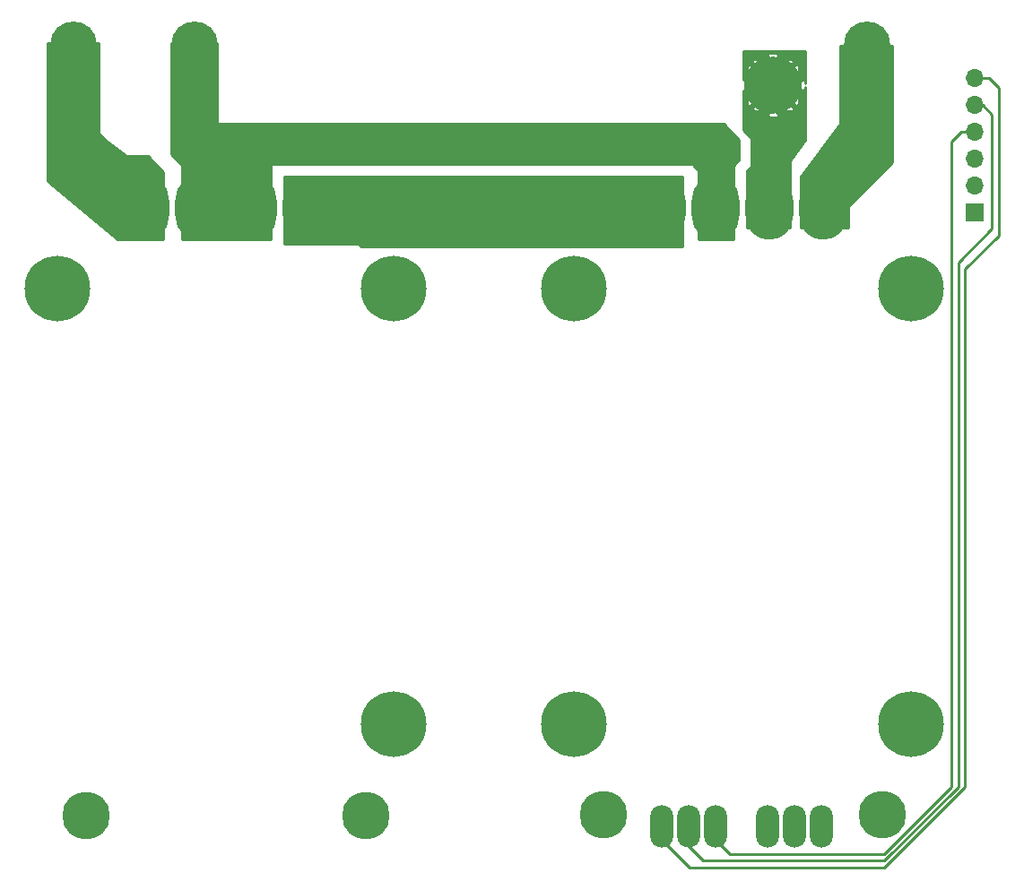
<source format=gbl>
G04 #@! TF.FileFunction,Copper,L2,Bot,Signal*
%FSLAX46Y46*%
G04 Gerber Fmt 4.6, Leading zero omitted, Abs format (unit mm)*
G04 Created by KiCad (PCBNEW 4.0.7) date 03/25/20 15:59:30*
%MOMM*%
%LPD*%
G01*
G04 APERTURE LIST*
%ADD10C,0.100000*%
%ADD11O,2.200000X4.000000*%
%ADD12C,6.200000*%
%ADD13O,4.500000X6.000000*%
%ADD14C,4.500000*%
%ADD15R,1.700000X1.700000*%
%ADD16O,1.700000X1.700000*%
%ADD17C,5.400000*%
%ADD18C,0.800000*%
%ADD19C,4.400000*%
%ADD20C,0.600000*%
%ADD21C,0.250000*%
%ADD22C,0.254000*%
G04 APERTURE END LIST*
D10*
D11*
X164109400Y-137363200D03*
X166649400Y-137363200D03*
X169189400Y-137363200D03*
D12*
X177622200Y-86512400D03*
X145821400Y-86512400D03*
X145821400Y-127660400D03*
X177622200Y-127660400D03*
D13*
X169341800Y-78917800D03*
X164261800Y-78917800D03*
X159181800Y-78917800D03*
X154101800Y-78917800D03*
D14*
X148564600Y-136245600D03*
X174929800Y-136245600D03*
D11*
X159181800Y-137363200D03*
X156641800Y-137363200D03*
X154101800Y-137363200D03*
D12*
X128816100Y-86550500D03*
X97015300Y-86550500D03*
X128816100Y-127698500D03*
D13*
X120535700Y-78955900D03*
X115455700Y-78955900D03*
X110375700Y-78955900D03*
X105295700Y-78955900D03*
D14*
X99758500Y-136283700D03*
X126123700Y-136283700D03*
D15*
X183642000Y-79375000D03*
D16*
X183642000Y-76835000D03*
X183642000Y-74295000D03*
X183642000Y-71755000D03*
X183642000Y-69215000D03*
X183642000Y-66675000D03*
D17*
X164592000Y-67310000D03*
D18*
X166617000Y-67310000D03*
X166023891Y-68741891D03*
X164592000Y-69335000D03*
X163160109Y-68741891D03*
X162567000Y-67310000D03*
X163160109Y-65878109D03*
X164592000Y-65285000D03*
X166023891Y-65878109D03*
D19*
X173482000Y-67310000D03*
X173482000Y-71120000D03*
X173482000Y-63500000D03*
X98552000Y-71120000D03*
X98552000Y-63500000D03*
X98552000Y-67310000D03*
X109982000Y-67310000D03*
X109982000Y-71120000D03*
X109982000Y-63500000D03*
D20*
X165608000Y-74549000D03*
X163068000Y-74549000D03*
X163068000Y-77089000D03*
X164223700Y-78955900D03*
X165608000Y-77089000D03*
D21*
X182372000Y-71755000D02*
X183642000Y-71755000D01*
X181483000Y-72644000D02*
X182372000Y-71755000D01*
X181483000Y-133604000D02*
X181483000Y-72644000D01*
X175133000Y-139954000D02*
X181483000Y-133604000D01*
X160528000Y-139954000D02*
X175133000Y-139954000D01*
X159143700Y-138569700D02*
X160528000Y-139954000D01*
X159143700Y-137401300D02*
X159143700Y-138569700D01*
X159143700Y-137401300D02*
X159143700Y-137553700D01*
X159143700Y-137401300D02*
X159143700Y-137680700D01*
X185293000Y-70104000D02*
X184404000Y-69215000D01*
X185293000Y-80899000D02*
X185293000Y-70104000D01*
X182118000Y-84074000D02*
X185293000Y-80899000D01*
X182118000Y-133604000D02*
X182118000Y-84074000D01*
X175133000Y-140589000D02*
X182118000Y-133604000D01*
X184404000Y-69215000D02*
X183642000Y-69215000D01*
X157988000Y-140589000D02*
X175133000Y-140589000D01*
X156603700Y-137401300D02*
X156603700Y-139204700D01*
X156603700Y-139204700D02*
X157988000Y-140589000D01*
X156603700Y-137401300D02*
X156603700Y-138188700D01*
X185039000Y-66675000D02*
X183642000Y-66675000D01*
X185928000Y-67564000D02*
X185039000Y-66675000D01*
X185928000Y-81534000D02*
X185928000Y-67564000D01*
X182753000Y-84709000D02*
X185928000Y-81534000D01*
X182753000Y-133604000D02*
X182753000Y-84709000D01*
X175133000Y-141224000D02*
X182753000Y-133604000D01*
X156718000Y-141224000D02*
X175133000Y-141224000D01*
X154063700Y-138569700D02*
X156718000Y-141224000D01*
X154063700Y-137401300D02*
X154063700Y-138569700D01*
X154063700Y-137401300D02*
X154063700Y-138188700D01*
X154063700Y-137401300D02*
X154063700Y-139204700D01*
X163068000Y-77089000D02*
X163068000Y-74549000D01*
X164223700Y-78955900D02*
X165608000Y-77571600D01*
X165608000Y-77571600D02*
X165608000Y-77089000D01*
D22*
G36*
X156083000Y-82550000D02*
X125648197Y-82550000D01*
X125609746Y-82492454D01*
X125379405Y-82338546D01*
X125107700Y-82284500D01*
X118491000Y-82284500D01*
X118491000Y-75946000D01*
X156083000Y-75946000D01*
X156083000Y-82550000D01*
X156083000Y-82550000D01*
G37*
X156083000Y-82550000D02*
X125648197Y-82550000D01*
X125609746Y-82492454D01*
X125379405Y-82338546D01*
X125107700Y-82284500D01*
X118491000Y-82284500D01*
X118491000Y-75946000D01*
X156083000Y-75946000D01*
X156083000Y-82550000D01*
G36*
X112141000Y-70866000D02*
X112151006Y-70915410D01*
X112179447Y-70957035D01*
X112221841Y-70984315D01*
X112268000Y-70993000D01*
X159967394Y-70993000D01*
X161417000Y-72442606D01*
X161417000Y-74369394D01*
X160946197Y-74840197D01*
X160918334Y-74882211D01*
X160909000Y-74930000D01*
X160909000Y-81915000D01*
X157607000Y-81915000D01*
X157607000Y-75438000D01*
X157596994Y-75388590D01*
X157569803Y-75348197D01*
X157061803Y-74840197D01*
X157019789Y-74812334D01*
X156972000Y-74803000D01*
X117348000Y-74803000D01*
X117298590Y-74813006D01*
X117256965Y-74841447D01*
X117229685Y-74883841D01*
X117221000Y-74930000D01*
X117221000Y-81915000D01*
X108839000Y-81915000D01*
X108839000Y-74930000D01*
X108828994Y-74880590D01*
X108801803Y-74840197D01*
X107823000Y-73861394D01*
X107823000Y-63373000D01*
X112141000Y-63373000D01*
X112141000Y-70866000D01*
X112141000Y-70866000D01*
G37*
X112141000Y-70866000D02*
X112151006Y-70915410D01*
X112179447Y-70957035D01*
X112221841Y-70984315D01*
X112268000Y-70993000D01*
X159967394Y-70993000D01*
X161417000Y-72442606D01*
X161417000Y-74369394D01*
X160946197Y-74840197D01*
X160918334Y-74882211D01*
X160909000Y-74930000D01*
X160909000Y-81915000D01*
X157607000Y-81915000D01*
X157607000Y-75438000D01*
X157596994Y-75388590D01*
X157569803Y-75348197D01*
X157061803Y-74840197D01*
X157019789Y-74812334D01*
X156972000Y-74803000D01*
X117348000Y-74803000D01*
X117298590Y-74813006D01*
X117256965Y-74841447D01*
X117229685Y-74883841D01*
X117221000Y-74930000D01*
X117221000Y-81915000D01*
X108839000Y-81915000D01*
X108839000Y-74930000D01*
X108828994Y-74880590D01*
X108801803Y-74840197D01*
X107823000Y-73861394D01*
X107823000Y-63373000D01*
X112141000Y-63373000D01*
X112141000Y-70866000D01*
G36*
X100965000Y-71882000D02*
X100975006Y-71931410D01*
X101002197Y-71971803D01*
X101510197Y-72479803D01*
X101523800Y-72491600D01*
X103555800Y-74015600D01*
X103601332Y-74037241D01*
X103632000Y-74041000D01*
X105611394Y-74041000D01*
X107061000Y-75490606D01*
X107061000Y-81915000D01*
X102662521Y-81915000D01*
X96139000Y-76395097D01*
X96139000Y-63373000D01*
X100965000Y-63373000D01*
X100965000Y-71882000D01*
X100965000Y-71882000D01*
G37*
X100965000Y-71882000D02*
X100975006Y-71931410D01*
X101002197Y-71971803D01*
X101510197Y-72479803D01*
X101523800Y-72491600D01*
X103555800Y-74015600D01*
X103601332Y-74037241D01*
X103632000Y-74041000D01*
X105611394Y-74041000D01*
X107061000Y-75490606D01*
X107061000Y-81915000D01*
X102662521Y-81915000D01*
X96139000Y-76395097D01*
X96139000Y-63373000D01*
X100965000Y-63373000D01*
X100965000Y-71882000D01*
G36*
X167640000Y-67120719D02*
X167631842Y-67020682D01*
X167539180Y-66796977D01*
X167334350Y-66772255D01*
X166796605Y-67310000D01*
X167334350Y-67847745D01*
X167539180Y-67823023D01*
X167640000Y-67509718D01*
X167640000Y-72475425D01*
X166267587Y-74346897D01*
X166246436Y-74392658D01*
X166243000Y-74422000D01*
X166243000Y-80760500D01*
X162179000Y-80760500D01*
X162179000Y-75363606D01*
X162522803Y-75019803D01*
X162550666Y-74977789D01*
X162560000Y-74930000D01*
X162560000Y-72390000D01*
X162549994Y-72340590D01*
X162522803Y-72300197D01*
X161798000Y-71575394D01*
X161798000Y-70052350D01*
X164054255Y-70052350D01*
X164078977Y-70257180D01*
X164470931Y-70383309D01*
X164881318Y-70349842D01*
X165105023Y-70257180D01*
X165129745Y-70052350D01*
X164592000Y-69514605D01*
X164054255Y-70052350D01*
X161798000Y-70052350D01*
X161798000Y-69459241D01*
X162622364Y-69459241D01*
X162647086Y-69664071D01*
X163039040Y-69790200D01*
X163449427Y-69756733D01*
X163605268Y-69692181D01*
X163669820Y-69848023D01*
X163874650Y-69872745D01*
X164412395Y-69335000D01*
X164398253Y-69320858D01*
X164577858Y-69141253D01*
X164592000Y-69155395D01*
X164606143Y-69141253D01*
X164785748Y-69320858D01*
X164771605Y-69335000D01*
X165309350Y-69872745D01*
X165514180Y-69848023D01*
X165567510Y-69682298D01*
X165902822Y-69790200D01*
X166313209Y-69756733D01*
X166536914Y-69664071D01*
X166561636Y-69459241D01*
X166023891Y-68921496D01*
X166009749Y-68935639D01*
X165830144Y-68756034D01*
X165844286Y-68741891D01*
X165306541Y-68204146D01*
X165101711Y-68228868D01*
X165048381Y-68394593D01*
X164713069Y-68286691D01*
X164302682Y-68320158D01*
X164146841Y-68384710D01*
X164082289Y-68228868D01*
X163877459Y-68204146D01*
X163339714Y-68741891D01*
X163353857Y-68756034D01*
X163174252Y-68935639D01*
X163160109Y-68921496D01*
X162622364Y-69459241D01*
X161798000Y-69459241D01*
X161798000Y-67841511D01*
X161849650Y-67847745D01*
X162387395Y-67310000D01*
X161849650Y-66772255D01*
X161798000Y-66778489D01*
X161798000Y-66592650D01*
X162029255Y-66592650D01*
X162567000Y-67130395D01*
X162581143Y-67116253D01*
X162760748Y-67295858D01*
X162746605Y-67310000D01*
X162760748Y-67324143D01*
X162581143Y-67503748D01*
X162567000Y-67489605D01*
X162029255Y-68027350D01*
X162053977Y-68232180D01*
X162219702Y-68285510D01*
X162111800Y-68620822D01*
X162145267Y-69031209D01*
X162237929Y-69254914D01*
X162442759Y-69279636D01*
X162980504Y-68741891D01*
X162966362Y-68727749D01*
X163145967Y-68548144D01*
X163160109Y-68562286D01*
X163697854Y-68024541D01*
X163673132Y-67819711D01*
X163507407Y-67766381D01*
X163615309Y-67431069D01*
X163581842Y-67020682D01*
X163517290Y-66864841D01*
X163673132Y-66800289D01*
X163697854Y-66595459D01*
X165486146Y-66595459D01*
X165510868Y-66800289D01*
X165676593Y-66853619D01*
X165568691Y-67188931D01*
X165602158Y-67599318D01*
X165666710Y-67755159D01*
X165510868Y-67819711D01*
X165486146Y-68024541D01*
X166023891Y-68562286D01*
X166038034Y-68548144D01*
X166217639Y-68727749D01*
X166203496Y-68741891D01*
X166741241Y-69279636D01*
X166946071Y-69254914D01*
X167072200Y-68862960D01*
X167038733Y-68452573D01*
X166974181Y-68296732D01*
X167130023Y-68232180D01*
X167154745Y-68027350D01*
X166617000Y-67489605D01*
X166602858Y-67503748D01*
X166423253Y-67324143D01*
X166437395Y-67310000D01*
X166423253Y-67295858D01*
X166602858Y-67116253D01*
X166617000Y-67130395D01*
X167154745Y-66592650D01*
X167130023Y-66387820D01*
X166964298Y-66334490D01*
X167072200Y-65999178D01*
X167038733Y-65588791D01*
X166946071Y-65365086D01*
X166741241Y-65340364D01*
X166203496Y-65878109D01*
X166217639Y-65892252D01*
X166038034Y-66071857D01*
X166023891Y-66057714D01*
X165486146Y-66595459D01*
X163697854Y-66595459D01*
X163160109Y-66057714D01*
X163145967Y-66071857D01*
X162966362Y-65892252D01*
X162980504Y-65878109D01*
X162442759Y-65340364D01*
X162237929Y-65365086D01*
X162111800Y-65757040D01*
X162145267Y-66167427D01*
X162209819Y-66323268D01*
X162053977Y-66387820D01*
X162029255Y-66592650D01*
X161798000Y-66592650D01*
X161798000Y-65160759D01*
X162622364Y-65160759D01*
X163160109Y-65698504D01*
X163174252Y-65684362D01*
X163353857Y-65863967D01*
X163339714Y-65878109D01*
X163877459Y-66415854D01*
X164082289Y-66391132D01*
X164135619Y-66225407D01*
X164470931Y-66333309D01*
X164881318Y-66299842D01*
X165037159Y-66235290D01*
X165101711Y-66391132D01*
X165306541Y-66415854D01*
X165844286Y-65878109D01*
X165830144Y-65863967D01*
X166009749Y-65684362D01*
X166023891Y-65698504D01*
X166561636Y-65160759D01*
X166536914Y-64955929D01*
X166144960Y-64829800D01*
X165734573Y-64863267D01*
X165578732Y-64927819D01*
X165514180Y-64771977D01*
X165309350Y-64747255D01*
X164771605Y-65285000D01*
X164785748Y-65299143D01*
X164606143Y-65478748D01*
X164592000Y-65464605D01*
X164577858Y-65478748D01*
X164398253Y-65299143D01*
X164412395Y-65285000D01*
X163874650Y-64747255D01*
X163669820Y-64771977D01*
X163616490Y-64937702D01*
X163281178Y-64829800D01*
X162870791Y-64863267D01*
X162647086Y-64955929D01*
X162622364Y-65160759D01*
X161798000Y-65160759D01*
X161798000Y-64567650D01*
X164054255Y-64567650D01*
X164592000Y-65105395D01*
X165129745Y-64567650D01*
X165105023Y-64362820D01*
X164713069Y-64236691D01*
X164302682Y-64270158D01*
X164078977Y-64362820D01*
X164054255Y-64567650D01*
X161798000Y-64567650D01*
X161798000Y-64135000D01*
X167640000Y-64135000D01*
X167640000Y-67120719D01*
X167640000Y-67120719D01*
G37*
X167640000Y-67120719D02*
X167631842Y-67020682D01*
X167539180Y-66796977D01*
X167334350Y-66772255D01*
X166796605Y-67310000D01*
X167334350Y-67847745D01*
X167539180Y-67823023D01*
X167640000Y-67509718D01*
X167640000Y-72475425D01*
X166267587Y-74346897D01*
X166246436Y-74392658D01*
X166243000Y-74422000D01*
X166243000Y-80760500D01*
X162179000Y-80760500D01*
X162179000Y-75363606D01*
X162522803Y-75019803D01*
X162550666Y-74977789D01*
X162560000Y-74930000D01*
X162560000Y-72390000D01*
X162549994Y-72340590D01*
X162522803Y-72300197D01*
X161798000Y-71575394D01*
X161798000Y-70052350D01*
X164054255Y-70052350D01*
X164078977Y-70257180D01*
X164470931Y-70383309D01*
X164881318Y-70349842D01*
X165105023Y-70257180D01*
X165129745Y-70052350D01*
X164592000Y-69514605D01*
X164054255Y-70052350D01*
X161798000Y-70052350D01*
X161798000Y-69459241D01*
X162622364Y-69459241D01*
X162647086Y-69664071D01*
X163039040Y-69790200D01*
X163449427Y-69756733D01*
X163605268Y-69692181D01*
X163669820Y-69848023D01*
X163874650Y-69872745D01*
X164412395Y-69335000D01*
X164398253Y-69320858D01*
X164577858Y-69141253D01*
X164592000Y-69155395D01*
X164606143Y-69141253D01*
X164785748Y-69320858D01*
X164771605Y-69335000D01*
X165309350Y-69872745D01*
X165514180Y-69848023D01*
X165567510Y-69682298D01*
X165902822Y-69790200D01*
X166313209Y-69756733D01*
X166536914Y-69664071D01*
X166561636Y-69459241D01*
X166023891Y-68921496D01*
X166009749Y-68935639D01*
X165830144Y-68756034D01*
X165844286Y-68741891D01*
X165306541Y-68204146D01*
X165101711Y-68228868D01*
X165048381Y-68394593D01*
X164713069Y-68286691D01*
X164302682Y-68320158D01*
X164146841Y-68384710D01*
X164082289Y-68228868D01*
X163877459Y-68204146D01*
X163339714Y-68741891D01*
X163353857Y-68756034D01*
X163174252Y-68935639D01*
X163160109Y-68921496D01*
X162622364Y-69459241D01*
X161798000Y-69459241D01*
X161798000Y-67841511D01*
X161849650Y-67847745D01*
X162387395Y-67310000D01*
X161849650Y-66772255D01*
X161798000Y-66778489D01*
X161798000Y-66592650D01*
X162029255Y-66592650D01*
X162567000Y-67130395D01*
X162581143Y-67116253D01*
X162760748Y-67295858D01*
X162746605Y-67310000D01*
X162760748Y-67324143D01*
X162581143Y-67503748D01*
X162567000Y-67489605D01*
X162029255Y-68027350D01*
X162053977Y-68232180D01*
X162219702Y-68285510D01*
X162111800Y-68620822D01*
X162145267Y-69031209D01*
X162237929Y-69254914D01*
X162442759Y-69279636D01*
X162980504Y-68741891D01*
X162966362Y-68727749D01*
X163145967Y-68548144D01*
X163160109Y-68562286D01*
X163697854Y-68024541D01*
X163673132Y-67819711D01*
X163507407Y-67766381D01*
X163615309Y-67431069D01*
X163581842Y-67020682D01*
X163517290Y-66864841D01*
X163673132Y-66800289D01*
X163697854Y-66595459D01*
X165486146Y-66595459D01*
X165510868Y-66800289D01*
X165676593Y-66853619D01*
X165568691Y-67188931D01*
X165602158Y-67599318D01*
X165666710Y-67755159D01*
X165510868Y-67819711D01*
X165486146Y-68024541D01*
X166023891Y-68562286D01*
X166038034Y-68548144D01*
X166217639Y-68727749D01*
X166203496Y-68741891D01*
X166741241Y-69279636D01*
X166946071Y-69254914D01*
X167072200Y-68862960D01*
X167038733Y-68452573D01*
X166974181Y-68296732D01*
X167130023Y-68232180D01*
X167154745Y-68027350D01*
X166617000Y-67489605D01*
X166602858Y-67503748D01*
X166423253Y-67324143D01*
X166437395Y-67310000D01*
X166423253Y-67295858D01*
X166602858Y-67116253D01*
X166617000Y-67130395D01*
X167154745Y-66592650D01*
X167130023Y-66387820D01*
X166964298Y-66334490D01*
X167072200Y-65999178D01*
X167038733Y-65588791D01*
X166946071Y-65365086D01*
X166741241Y-65340364D01*
X166203496Y-65878109D01*
X166217639Y-65892252D01*
X166038034Y-66071857D01*
X166023891Y-66057714D01*
X165486146Y-66595459D01*
X163697854Y-66595459D01*
X163160109Y-66057714D01*
X163145967Y-66071857D01*
X162966362Y-65892252D01*
X162980504Y-65878109D01*
X162442759Y-65340364D01*
X162237929Y-65365086D01*
X162111800Y-65757040D01*
X162145267Y-66167427D01*
X162209819Y-66323268D01*
X162053977Y-66387820D01*
X162029255Y-66592650D01*
X161798000Y-66592650D01*
X161798000Y-65160759D01*
X162622364Y-65160759D01*
X163160109Y-65698504D01*
X163174252Y-65684362D01*
X163353857Y-65863967D01*
X163339714Y-65878109D01*
X163877459Y-66415854D01*
X164082289Y-66391132D01*
X164135619Y-66225407D01*
X164470931Y-66333309D01*
X164881318Y-66299842D01*
X165037159Y-66235290D01*
X165101711Y-66391132D01*
X165306541Y-66415854D01*
X165844286Y-65878109D01*
X165830144Y-65863967D01*
X166009749Y-65684362D01*
X166023891Y-65698504D01*
X166561636Y-65160759D01*
X166536914Y-64955929D01*
X166144960Y-64829800D01*
X165734573Y-64863267D01*
X165578732Y-64927819D01*
X165514180Y-64771977D01*
X165309350Y-64747255D01*
X164771605Y-65285000D01*
X164785748Y-65299143D01*
X164606143Y-65478748D01*
X164592000Y-65464605D01*
X164577858Y-65478748D01*
X164398253Y-65299143D01*
X164412395Y-65285000D01*
X163874650Y-64747255D01*
X163669820Y-64771977D01*
X163616490Y-64937702D01*
X163281178Y-64829800D01*
X162870791Y-64863267D01*
X162647086Y-64955929D01*
X162622364Y-65160759D01*
X161798000Y-65160759D01*
X161798000Y-64567650D01*
X164054255Y-64567650D01*
X164592000Y-65105395D01*
X165129745Y-64567650D01*
X165105023Y-64362820D01*
X164713069Y-64236691D01*
X164302682Y-64270158D01*
X164078977Y-64362820D01*
X164054255Y-64567650D01*
X161798000Y-64567650D01*
X161798000Y-64135000D01*
X167640000Y-64135000D01*
X167640000Y-67120719D01*
G36*
X175895000Y-74623394D02*
X171741197Y-78777197D01*
X171713334Y-78819211D01*
X171704000Y-78867000D01*
X171704000Y-80760500D01*
X167259000Y-80760500D01*
X167259000Y-75987195D01*
X170917821Y-70940545D01*
X170938722Y-70894669D01*
X170942000Y-70866000D01*
X170942000Y-63627000D01*
X175895000Y-63627000D01*
X175895000Y-74623394D01*
X175895000Y-74623394D01*
G37*
X175895000Y-74623394D02*
X171741197Y-78777197D01*
X171713334Y-78819211D01*
X171704000Y-78867000D01*
X171704000Y-80760500D01*
X167259000Y-80760500D01*
X167259000Y-75987195D01*
X170917821Y-70940545D01*
X170938722Y-70894669D01*
X170942000Y-70866000D01*
X170942000Y-63627000D01*
X175895000Y-63627000D01*
X175895000Y-74623394D01*
M02*

</source>
